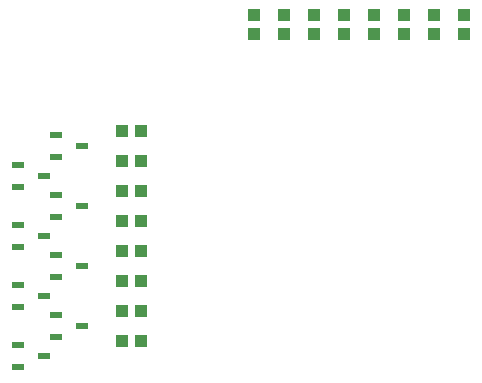
<source format=gtp>
G04 Layer: TopPasteMaskLayer*
G04 EasyEDA v6.5.22, 2022-11-24 17:16:00*
G04 6a124e1b7ee84966bd2cac91662d51f7,5a6b42c53f6a479593ecc07194224c93,10*
G04 Gerber Generator version 0.2*
G04 Scale: 100 percent, Rotated: No, Reflected: No *
G04 Dimensions in millimeters *
G04 leading zeros omitted , absolute positions ,4 integer and 5 decimal *
%FSLAX45Y45*%
%MOMM*%

%AMMACRO1*21,1,$1,$2,0,0,$3*%
%ADD10MACRO1,0.532X1.0375X-90.0000*%
%ADD11R,1.1000X1.0000*%
%ADD12R,1.0000X1.1000*%

%LPD*%
D10*
G01*
X389525Y2413000D03*
G01*
X169274Y2507999D03*
G01*
X169274Y2318000D03*
G01*
X707025Y2667000D03*
G01*
X486774Y2761999D03*
G01*
X486774Y2572000D03*
G01*
X389525Y2921000D03*
G01*
X169274Y3015999D03*
G01*
X169274Y2826000D03*
D11*
G01*
X2927604Y4791710D03*
G01*
X2927604Y4631715D03*
G01*
X2673604Y4791710D03*
G01*
X2673604Y4631715D03*
D10*
G01*
X707025Y3175000D03*
G01*
X486774Y3269999D03*
G01*
X486774Y3080000D03*
D11*
G01*
X2165604Y4791710D03*
G01*
X2165604Y4631715D03*
G01*
X2419604Y4791710D03*
G01*
X2419604Y4631715D03*
D10*
G01*
X707025Y3683000D03*
G01*
X486774Y3777999D03*
G01*
X486774Y3588000D03*
G01*
X389525Y3429000D03*
G01*
X169274Y3523999D03*
G01*
X169274Y3334000D03*
D12*
G01*
X1050289Y3810000D03*
G01*
X1210284Y3810000D03*
G01*
X1050289Y3556000D03*
G01*
X1210284Y3556000D03*
G01*
X1050289Y3302000D03*
G01*
X1210284Y3302000D03*
G01*
X1050289Y3048000D03*
G01*
X1210284Y3048000D03*
G01*
X1050289Y2794000D03*
G01*
X1210284Y2794000D03*
G01*
X1050289Y2540000D03*
G01*
X1210284Y2540000D03*
G01*
X1050289Y2286000D03*
G01*
X1210284Y2286000D03*
G01*
X1050289Y2032000D03*
G01*
X1210284Y2032000D03*
D11*
G01*
X3435604Y4791710D03*
G01*
X3435604Y4631715D03*
G01*
X3181604Y4791710D03*
G01*
X3181604Y4631715D03*
D10*
G01*
X707025Y2159000D03*
G01*
X486774Y2253999D03*
G01*
X486774Y2064000D03*
D11*
G01*
X3689604Y4791710D03*
G01*
X3689604Y4631715D03*
G01*
X3943604Y4791710D03*
G01*
X3943604Y4631715D03*
D10*
G01*
X389525Y1905000D03*
G01*
X169274Y1999999D03*
G01*
X169274Y1810000D03*
M02*

</source>
